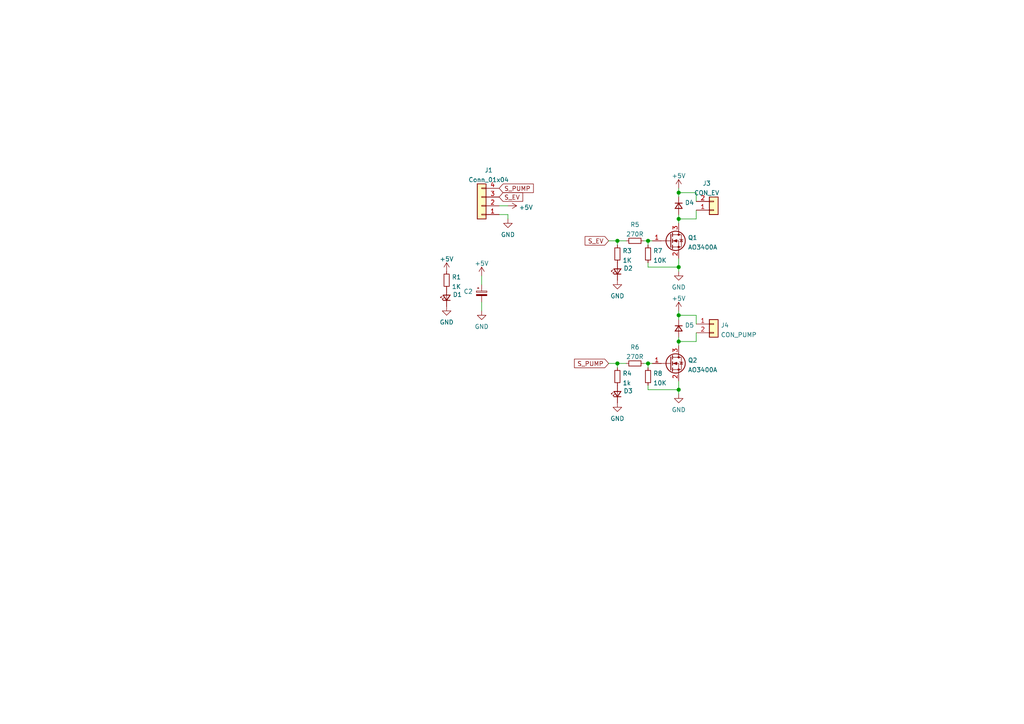
<source format=kicad_sch>
(kicad_sch (version 20250114) (generator "eeschema") (generator_version "9.0")
  (paper "A4")
  (lib_symbols
    (symbol "Connector_Generic:Conn_01x02" (pin_names (offset 1.016) (hide yes))
      (property "Reference" "J" (at 0 2.54 0))
      (property "Value" "Conn_01x02" (at 0 -5.08 0))
      (symbol "Conn_01x02_1_1"
        (rectangle (start -1.27 1.27) (end 1.27 -3.81) (stroke (width 0.254)) (fill (type background)))
        (rectangle (start -1.27 0.127) (end 0 -0.127) (stroke (width 0.1524)))
        (rectangle (start -1.27 -2.413) (end 0 -2.667) (stroke (width 0.1524)))
        (pin passive line (at -5.08 0 0) (length 3.81) (name "Pin_1") (number "1"))
        (pin passive line (at -5.08 -2.54 0) (length 3.81) (name "Pin_2") (number "2"))
      )
    )
    (symbol "Connector_Generic:Conn_01x04" (pin_names (offset 1.016) (hide yes))
      (property "Reference" "J" (at 0 5.08 0))
      (property "Value" "Conn_01x04" (at 0 -7.62 0))
      (symbol "Conn_01x04_1_1"
        (rectangle (start -1.27 3.81) (end 1.27 -6.35) (stroke (width 0.254)) (fill (type background)))
        (rectangle (start -1.27 2.667) (end 0 2.413) (stroke (width 0.1524)))
        (rectangle (start -1.27 0.127) (end 0 -0.127) (stroke (width 0.1524)))
        (rectangle (start -1.27 -2.413) (end 0 -2.667) (stroke (width 0.1524)))
        (rectangle (start -1.27 -4.953) (end 0 -5.207) (stroke (width 0.1524)))
        (pin passive line (at -5.08 2.54 0) (length 3.81) (name "Pin_1") (number "1"))
        (pin passive line (at -5.08 0 0) (length 3.81) (name "Pin_2") (number "2"))
        (pin passive line (at -5.08 -2.54 0) (length 3.81) (name "Pin_3") (number "3"))
        (pin passive line (at -5.08 -5.08 0) (length 3.81) (name "Pin_4") (number "4"))
      )
    )
    (symbol "Device:C_Polarized_Small" (pin_numbers (hide yes)) (pin_names (offset 0.254) (hide yes))
      (property "Reference" "C" (at 0.254 1.778 0))
      (property "Value" "C_Polarized_Small" (at 0.254 -2.032 0))
      (symbol "C_Polarized_Small_0_1"
        (rectangle (start -1.524 0.6858) (end 1.524 0.3048))
        (rectangle (start -1.524 -0.3048) (end 1.524 -0.6858) (fill (type outline)))
        (polyline (pts (xy -1.27 1.524) (xy -0.762 1.524)))
        (polyline (pts (xy -1.016 1.27) (xy -1.016 1.778)))
      )
      (symbol "C_Polarized_Small_1_1"
        (pin passive line (at 0 2.54 270) (length 1.8542) (name "~") (number "1"))
        (pin passive line (at 0 -2.54 90) (length 1.8542) (name "~") (number "2"))
      )
    )
    (symbol "Device:D_Small" (pin_numbers (hide yes)) (pin_names (offset 0.254) (hide yes))
      (property "Reference" "D" (at -1.27 2.032 0))
      (property "Value" "D_Small" (at -3.81 -2.032 0))
      (symbol "D_Small_0_1"
        (polyline (pts (xy -0.762 0) (xy 0.762 0)))
        (polyline (pts (xy -0.762 -1.016) (xy -0.762 1.016)) (stroke (width 0.254)))
        (polyline (pts (xy 0.762 -1.016) (xy -0.762 0) (xy 0.762 1.016) (xy 0.762 -1.016)) (stroke (width 0.254)))
      )
      (symbol "D_Small_1_1"
        (pin passive line (at -2.54 0 0) (length 1.778) (name "K") (number "1"))
        (pin passive line (at 2.54 0 180) (length 1.778) (name "A") (number "2"))
      )
    )
    (symbol "Device:LED_Small" (pin_numbers (hide yes)) (pin_names (offset 0.254) (hide yes))
      (property "Reference" "D" (at -1.27 3.175 0))
      (property "Value" "LED_Small" (at -4.445 -2.54 0))
      (symbol "LED_Small_0_1"
        (polyline (pts (xy -0.762 -1.016) (xy -0.762 1.016)) (stroke (width 0.254)))
        (polyline (pts (xy 0 0.762) (xy -0.508 1.27) (xy -0.254 1.27) (xy -0.508 1.27) (xy -0.508 1.016)))
        (polyline (pts (xy 0.508 1.27) (xy 0 1.778) (xy 0.254 1.778) (xy 0 1.778) (xy 0 1.524)))
        (polyline (pts (xy 0.762 -1.016) (xy -0.762 0) (xy 0.762 1.016) (xy 0.762 -1.016)) (stroke (width 0.254)))
        (polyline (pts (xy 1.016 0) (xy -0.762 0)))
      )
      (symbol "LED_Small_1_1"
        (pin passive line (at -2.54 0 0) (length 1.778) (name "K") (number "1"))
        (pin passive line (at 2.54 0 180) (length 1.778) (name "A") (number "2"))
      )
    )
    (symbol "Device:R_Small" (pin_numbers (hide yes)) (pin_names (offset 0.254) (hide yes))
      (property "Reference" "R" (at 0.762 0.508 0))
      (property "Value" "R_Small" (at 0.762 -1.016 0))
      (symbol "R_Small_0_1"
        (rectangle (start -0.762 1.778) (end 0.762 -1.778) (stroke (width 0.2032)))
      )
      (symbol "R_Small_1_1"
        (pin passive line (at 0 2.54 270) (length 0.762) (name "~") (number "1"))
        (pin passive line (at 0 -2.54 90) (length 0.762) (name "~") (number "2"))
      )
    )
    (symbol "Transistor_FET:AO3400A" (pin_names (hide yes))
      (property "Reference" "Q" (at 5.08 1.905 0))
      (property "Value" "AO3400A" (at 5.08 0 0))
      (symbol "AO3400A_0_1"
        (polyline (pts (xy 0.254 1.905) (xy 0.254 -1.905)) (stroke (width 0.254)))
        (polyline (pts (xy 0.254 0) (xy -2.54 0)))
        (polyline (pts (xy 0.762 2.286) (xy 0.762 1.27)) (stroke (width 0.254)))
        (polyline (pts (xy 0.762 0.508) (xy 0.762 -0.508)) (stroke (width 0.254)))
        (polyline (pts (xy 0.762 -1.27) (xy 0.762 -2.286)) (stroke (width 0.254)))
        (polyline (pts (xy 0.762 -1.778) (xy 3.302 -1.778) (xy 3.302 1.778) (xy 0.762 1.778)))
        (polyline (pts (xy 1.016 0) (xy 2.032 0.381) (xy 2.032 -0.381) (xy 1.016 0)) (fill (type outline)))
        (circle (center 1.651 0) (radius 2.794) (stroke (width 0.254)))
        (polyline (pts (xy 2.54 2.54) (xy 2.54 1.778)))
        (circle (center 2.54 1.778) (radius 0.254) (fill (type outline)))
        (circle (center 2.54 -1.778) (radius 0.254) (fill (type outline)))
        (polyline (pts (xy 2.54 -2.54) (xy 2.54 0) (xy 0.762 0)))
        (polyline (pts (xy 2.794 0.508) (xy 2.921 0.381) (xy 3.683 0.381) (xy 3.81 0.254)))
        (polyline (pts (xy 3.302 0.381) (xy 2.921 -0.254) (xy 3.683 -0.254) (xy 3.302 0.381)))
      )
      (symbol "AO3400A_1_1"
        (pin input line (at -5.08 0 0) (length 2.54) (name "G") (number "1"))
        (pin passive line (at 2.54 5.08 270) (length 2.54) (name "D") (number "3"))
        (pin passive line (at 2.54 -5.08 90) (length 2.54) (name "S") (number "2"))
      )
    )
    (symbol "power:+5V" (power) (pin_names (offset 0))
      (property "Value" "+5V" (at 0 3.556 0))
      (symbol "+5V_0_1"
        (polyline (pts (xy -0.762 1.27) (xy 0 2.54)))
        (polyline (pts (xy 0 2.54) (xy 0.762 1.27)))
        (polyline (pts (xy 0 0) (xy 0 2.54)))
      )
      (symbol "+5V_1_1"
        (pin power_in line (at 0 0 90) (length 0) (hide yes) (name "+5V") (number "1"))
      )
    )
    (symbol "power:GND" (power) (pin_names (offset 0))
      (property "Value" "GND" (at 0 -3.81 0))
      (symbol "GND_0_1"
        (polyline (pts (xy 0 0) (xy 0 -1.27) (xy 1.27 -1.27) (xy 0 -2.54) (xy -1.27 -1.27) (xy 0 -1.27)))
      )
      (symbol "GND_1_1"
        (pin power_in line (at 0 0 270) (length 0) (hide yes) (name "GND") (number "1"))
      )
    )
  )
  (junction (at 196.85 113.03) (diameter 1.016))
  (junction (at 187.96 69.85) (diameter 1.016))
  (junction (at 196.85 99.06) (diameter 1.016))
  (junction (at 187.96 105.41) (diameter 1.016))
  (junction (at 196.85 77.47) (diameter 1.016))
  (junction (at 196.85 55.88) (diameter 1.016))
  (junction (at 179.07 105.41) (diameter 1.016))
  (junction (at 196.85 63.5) (diameter 1.016))
  (junction (at 196.85 91.44) (diameter 1.016))
  (junction (at 179.07 69.85) (diameter 1.016))
  (wire (pts (xy 201.93 91.44) (xy 196.85 91.44)))
  (wire (pts (xy 201.93 93.98) (xy 201.93 91.44)))
  (wire (pts (xy 179.07 69.85) (xy 179.07 71.12)))
  (wire (pts (xy 187.96 105.41) (xy 187.96 106.68)))
  (wire (pts (xy 201.93 55.88) (xy 196.85 55.88)))
  (wire (pts (xy 187.96 111.76) (xy 187.96 113.03)))
  (wire (pts (xy 187.96 113.03) (xy 196.85 113.03)))
  (wire (pts (xy 179.07 105.41) (xy 179.07 106.68)))
  (wire (pts (xy 196.85 90.17) (xy 196.85 91.44)))
  (wire (pts (xy 196.85 91.44) (xy 196.85 92.71)))
  (wire (pts (xy 147.32 62.23) (xy 144.78 62.23)))
  (wire (pts (xy 147.32 63.5) (xy 147.32 62.23)))
  (wire (pts (xy 196.85 63.5) (xy 196.85 64.77)))
  (wire (pts (xy 196.85 97.79) (xy 196.85 99.06)))
  (wire (pts (xy 196.85 99.06) (xy 196.85 100.33)))
  (wire (pts (xy 144.78 59.69) (xy 147.32 59.69)))
  (wire (pts (xy 196.85 55.88) (xy 196.85 57.15)))
  (wire (pts (xy 201.93 60.96) (xy 201.93 63.5)))
  (wire (pts (xy 201.93 96.52) (xy 201.93 99.06)))
  (wire (pts (xy 201.93 99.06) (xy 196.85 99.06)))
  (wire (pts (xy 139.7 80.01) (xy 139.7 82.55)))
  (wire (pts (xy 201.93 58.42) (xy 201.93 55.88)))
  (wire (pts (xy 176.53 69.85) (xy 179.07 69.85)))
  (wire (pts (xy 179.07 69.85) (xy 181.61 69.85)))
  (wire (pts (xy 186.69 105.41) (xy 187.96 105.41)))
  (wire (pts (xy 187.96 105.41) (xy 189.23 105.41)))
  (wire (pts (xy 201.93 63.5) (xy 196.85 63.5)))
  (wire (pts (xy 139.7 87.63) (xy 139.7 90.17)))
  (wire (pts (xy 196.85 110.49) (xy 196.85 113.03)))
  (wire (pts (xy 196.85 113.03) (xy 196.85 114.3)))
  (wire (pts (xy 176.53 105.41) (xy 179.07 105.41)))
  (wire (pts (xy 179.07 105.41) (xy 181.61 105.41)))
  (wire (pts (xy 196.85 74.93) (xy 196.85 77.47)))
  (wire (pts (xy 196.85 77.47) (xy 196.85 78.74)))
  (wire (pts (xy 196.85 62.23) (xy 196.85 63.5)))
  (wire (pts (xy 186.69 69.85) (xy 187.96 69.85)))
  (wire (pts (xy 187.96 69.85) (xy 189.23 69.85)))
  (wire (pts (xy 187.96 76.2) (xy 187.96 77.47)))
  (wire (pts (xy 187.96 77.47) (xy 196.85 77.47)))
  (wire (pts (xy 187.96 69.85) (xy 187.96 71.12)))
  (wire (pts (xy 196.85 54.61) (xy 196.85 55.88)))
  (global_label "S_PUMP" (shape input) (at 144.78 54.61 0) (property "Intersheetrefs" "${INTERSHEET_REFS}" (effects (hide yes))))
  (global_label "S_PUMP" (shape input) (at 176.53 105.41 180) (property "Intersheetrefs" "${INTERSHEET_REFS}" (effects (hide yes))))
  (global_label "S_EV" (shape input) (at 176.53 69.85 180) (property "Intersheetrefs" "${INTERSHEET_REFS}" (effects (hide yes))))
  (global_label "S_EV" (shape input) (at 144.78 57.15 0) (property "Intersheetrefs" "${INTERSHEET_REFS}" (effects (hide yes))))
  (symbol (lib_id "Device:R_Small") (at 179.07 109.22 0) (unit 1)
    (property "Reference" "R4" (at 180.5687 108.3115 0) (effects (justify left)))
    (property "Value" "1k" (at 180.5687 111.0866 0) (effects (justify left)))
    (property "Footprint" "Resistor_SMD:R_1206_3216Metric_Pad1.30x1.75mm_HandSolder" (effects (hide yes)))
  )
  (symbol (lib_id "power:GND") (at 196.85 78.74 0) (unit 1)
    (property "Reference" "#PWR0104" (effects (hide yes)))
    (property "Value" "GND" (at 196.85 83.3026 0))
  )
  (symbol (lib_id "Device:LED_Small") (at 129.54 86.36 90) (unit 1)
    (property "Reference" "D1" (at 131.3181 85.4515 90) (effects (justify right)))
    (property "Value" "LED_Small" (effects (hide yes)))
    (property "Footprint" "LED_SMD:LED_1206_3216Metric_Pad1.42x1.75mm_HandSolder" (effects (hide yes)))
  )
  (symbol (lib_id "Device:R_Small") (at 129.54 81.28 0) (unit 1)
    (property "Reference" "R1" (at 131.0387 80.3715 0) (effects (justify left)))
    (property "Value" "1K" (at 131.0387 83.1466 0) (effects (justify left)))
    (property "Footprint" "Resistor_SMD:R_1206_3216Metric_Pad1.30x1.75mm_HandSolder" (effects (hide yes)))
  )
  (symbol (lib_id "power:GND") (at 147.32 63.5 0) (unit 1)
    (property "Reference" "#PWR0108" (effects (hide yes)))
    (property "Value" "GND" (at 147.32 68.0626 0))
  )
  (symbol (lib_id "Connector_Generic:Conn_01x02") (at 207.01 93.98 0) (unit 1)
    (property "Reference" "J4" (at 209.0421 94.3415 0) (effects (justify left)))
    (property "Value" "CON_PUMP" (at 209.0421 97.1166 0) (effects (justify left)))
    (property "Footprint" "BarbaLib:motor-pump-370" (effects (hide yes)))
  )
  (symbol (lib_id "Device:C_Polarized_Small") (at 139.7 85.09 0) (unit 1)
    (property "Reference" "C2" (at 137.16 84.5438 0) (effects (justify right)))
    (property "Value" "C_Polarized_Small" (effects (hide yes)))
    (property "Footprint" "Capacitor_THT:CP_Radial_D10.0mm_P5.00mm" (effects (hide yes)))
  )
  (symbol (lib_id "Device:R_Small") (at 184.15 105.41 90) (unit 1)
    (property "Reference" "R6" (at 184.15 100.7068 90))
    (property "Value" "270R" (at 184.15 103.4819 90))
    (property "Footprint" "Resistor_SMD:R_1206_3216Metric_Pad1.30x1.75mm_HandSolder" (effects (hide yes)))
  )
  (symbol (lib_id "Connector_Generic:Conn_01x02") (at 207.01 60.96 0) (mirror x) (unit 1)
    (property "Reference" "J3" (at 204.978 53.1834 0))
    (property "Value" "CON_EV" (at 204.978 55.9585 0))
    (property "Footprint" "Connector_Molex:Molex_KK-254_AE-6410-02A_1x02_P2.54mm_Vertical" (effects (hide yes)))
  )
  (symbol (lib_id "power:GND") (at 129.54 88.9 0) (unit 1)
    (property "Reference" "#PWR0112" (effects (hide yes)))
    (property "Value" "GND" (at 129.54 93.4626 0))
  )
  (symbol (lib_id "Connector_Generic:Conn_01x04") (at 139.7 59.69 180) (unit 1)
    (property "Reference" "J1" (at 141.732 49.3734 0))
    (property "Value" "Conn_01x04" (at 141.732 52.1485 0))
    (property "Footprint" "Connector_PinHeader_2.54mm:PinHeader_1x04_P2.54mm_Vertical" (effects (hide yes)))
  )
  (symbol (lib_id "Device:R_Small") (at 184.15 69.85 270) (unit 1)
    (property "Reference" "R5" (at 184.15 65.1468 90))
    (property "Value" "270R" (at 184.15 67.9219 90))
    (property "Footprint" "Resistor_SMD:R_1206_3216Metric_Pad1.30x1.75mm_HandSolder" (effects (hide yes)))
  )
  (symbol (lib_id "power:+5V") (at 139.7 80.01 0) (unit 1)
    (property "Reference" "#PWR0111" (effects (hide yes)))
    (property "Value" "+5V" (at 139.7 76.4054 0))
  )
  (symbol (lib_id "power:GND") (at 179.07 116.84 0) (unit 1)
    (property "Reference" "#PWR0101" (effects (hide yes)))
    (property "Value" "GND" (at 179.07 121.4026 0))
  )
  (symbol (lib_id "power:GND") (at 139.7 90.17 0) (unit 1)
    (property "Reference" "#PWR0109" (effects (hide yes)))
    (property "Value" "GND" (at 139.7 94.7326 0))
  )
  (symbol (lib_id "Device:R_Small") (at 187.96 73.66 0) (unit 1)
    (property "Reference" "R7" (at 189.4587 72.7515 0) (effects (justify left)))
    (property "Value" "10K" (at 189.4587 75.5266 0) (effects (justify left)))
    (property "Footprint" "Resistor_SMD:R_1206_3216Metric_Pad1.30x1.75mm_HandSolder" (effects (hide yes)))
  )
  (symbol (lib_id "power:+5V") (at 147.32 59.69 270) (unit 1)
    (property "Reference" "#PWR0107" (effects (hide yes)))
    (property "Value" "+5V" (at 150.4951 60.169 90) (effects (justify left)))
  )
  (symbol (lib_id "Device:D_Small") (at 196.85 59.69 270) (unit 1)
    (property "Reference" "D4" (at 198.6281 58.7815 90) (effects (justify left)))
    (property "Value" "D_Small" (effects (hide yes)))
    (property "Footprint" "Diode_SMD:D_SMA_Handsoldering" (effects (hide yes)))
  )
  (symbol (lib_id "Device:LED_Small") (at 179.07 78.74 90) (unit 1)
    (property "Reference" "D2" (at 180.8481 77.8315 90) (effects (justify right)))
    (property "Value" "LED_Small" (effects (hide yes)))
    (property "Footprint" "LED_SMD:LED_1206_3216Metric_Pad1.42x1.75mm_HandSolder" (effects (hide yes)))
  )
  (symbol (lib_id "power:GND") (at 196.85 114.3 0) (unit 1)
    (property "Reference" "#PWR0103" (effects (hide yes)))
    (property "Value" "GND" (at 196.85 118.8626 0))
  )
  (symbol (lib_id "power:GND") (at 179.07 81.28 0) (unit 1)
    (property "Reference" "#PWR0102" (effects (hide yes)))
    (property "Value" "GND" (at 179.07 85.8426 0))
  )
  (symbol (lib_id "Device:R_Small") (at 187.96 109.22 0) (unit 1)
    (property "Reference" "R8" (at 189.4587 108.3115 0) (effects (justify left)))
    (property "Value" "10K" (at 189.4587 111.0866 0) (effects (justify left)))
    (property "Footprint" "Resistor_SMD:R_1206_3216Metric_Pad1.30x1.75mm_HandSolder" (effects (hide yes)))
  )
  (symbol (lib_id "power:+5V") (at 129.54 78.74 0) (unit 1)
    (property "Reference" "#PWR0113" (effects (hide yes)))
    (property "Value" "+5V" (at 129.54 75.1354 0))
  )
  (symbol (lib_id "Transistor_FET:AO3400A") (at 194.31 105.41 0) (unit 1)
    (property "Reference" "Q2" (at 199.5171 104.5015 0) (effects (justify left)))
    (property "Value" "AO3400A" (at 199.5171 107.2766 0) (effects (justify left)))
    (property "Footprint" "Package_TO_SOT_SMD:SOT-23" (effects (hide yes)))
    (property "Datasheet" "http://www.aosmd.com/pdfs/datasheet/AO3400A.pdf" (effects (hide yes)))
  )
  (symbol (lib_id "Device:D_Small") (at 196.85 95.25 270) (unit 1)
    (property "Reference" "D5" (at 198.6281 94.3415 90) (effects (justify left)))
    (property "Value" "D_Small" (effects (hide yes)))
    (property "Footprint" "Diode_SMD:D_SMA_Handsoldering" (effects (hide yes)))
  )
  (symbol (lib_id "power:+5V") (at 196.85 54.61 0) (unit 1)
    (property "Reference" "#PWR0106" (effects (hide yes)))
    (property "Value" "+5V" (at 196.85 51.0054 0))
  )
  (symbol (lib_id "Device:LED_Small") (at 179.07 114.3 90) (unit 1)
    (property "Reference" "D3" (at 180.8481 113.3915 90) (effects (justify right)))
    (property "Value" "LED_Small" (effects (hide yes)))
    (property "Footprint" "LED_SMD:LED_1206_3216Metric_Pad1.42x1.75mm_HandSolder" (effects (hide yes)))
  )
  (symbol (lib_id "Transistor_FET:AO3400A") (at 194.31 69.85 0) (unit 1)
    (property "Reference" "Q1" (at 199.5171 68.9415 0) (effects (justify left)))
    (property "Value" "AO3400A" (at 199.5171 71.7166 0) (effects (justify left)))
    (property "Footprint" "Package_TO_SOT_SMD:SOT-23" (effects (hide yes)))
    (property "Datasheet" "http://www.aosmd.com/pdfs/datasheet/AO3400A.pdf" (effects (hide yes)))
  )
  (symbol (lib_id "Device:R_Small") (at 179.07 73.66 0) (unit 1)
    (property "Reference" "R3" (at 180.5687 72.7515 0) (effects (justify left)))
    (property "Value" "1K" (at 180.5687 75.5266 0) (effects (justify left)))
    (property "Footprint" "Resistor_SMD:R_1206_3216Metric_Pad1.30x1.75mm_HandSolder" (effects (hide yes)))
  )
  (symbol (lib_id "power:+5V") (at 196.85 90.17 0) (unit 1)
    (property "Reference" "#PWR0105" (effects (hide yes)))
    (property "Value" "+5V" (at 196.85 86.5654 0))
  )
)
</source>
